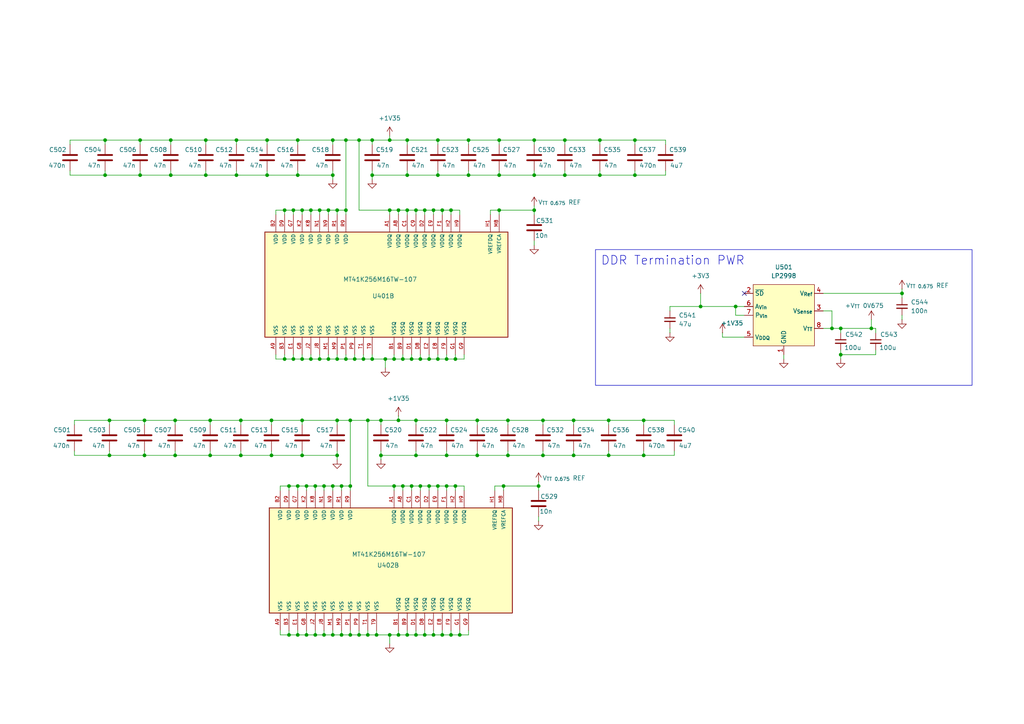
<source format=kicad_sch>
(kicad_sch (version 20250114) (generator "eeschema") (generator_version "9.0")
  (paper "A4")
  (title_block (title "DDR3 Power") (date "2025-09-13") (rev "A"))
  (rectangle (start 172.72 72.39) (end 281.94 111.76))
  (text "There are several recommendations for the LP2998 input power supply. An input capacitor is not required but is\n recommended for improved performance during large load transients to prevent the input rail from dropping. The\n input capacitor should be located as close as possible to the PVIN pin. Several recommendations exist\n dependent on the application required. A typical value recommended for AL electrolytic capacitors is 50 µF.\n Ceramic capacitors can also be used, a value in the range of 10 µF with X5R or better would be an ideal choice.\n The input capacitance can be reduced if the LP2998 is placed close to the bulk capacitance from the output of\n the 2.5 V DC-DC converter. If the two supply rails (AVIN and PVIN) are separated then the 47 uF capacitor\n should be placed as close to possible to the PVIN rail. An additional 0.1 uF ceramic capacitor can be placed on\n the AVIN rail to prevent excessive noise from coupling into the device." (at 391.922 90.17 0) (effects (font (size 1.27 1.27))))
  (text "DDR Termination PWR" (at 174.244 75.692 0) (effects (font (size 2.54 2.54)) (justify left)))
  (junction (at 95.25 104.14))
  (junction (at 31.75 121.92))
  (junction (at 101.6 121.92))
  (junction (at 128.27 60.96))
  (junction (at 87.63 60.96))
  (junction (at 68.58 50.8))
  (junction (at 110.49 121.92))
  (junction (at 91.44 184.15))
  (junction (at 49.53 50.8))
  (junction (at 87.63 121.92))
  (junction (at 107.95 104.14))
  (junction (at 111.76 104.14))
  (junction (at 96.52 50.8))
  (junction (at 184.15 50.8))
  (junction (at 118.11 50.8))
  (junction (at 113.03 184.15))
  (junction (at 121.92 104.14))
  (junction (at 113.03 40.64))
  (junction (at 127 40.64))
  (junction (at 241.3 95.25))
  (junction (at 173.99 50.8))
  (junction (at 96.52 140.97))
  (junction (at 243.84 102.87))
  (junction (at 133.35 184.15))
  (junction (at 30.48 40.64))
  (junction (at 110.49 132.08))
  (junction (at 40.64 50.8))
  (junction (at 115.57 121.92))
  (junction (at 147.32 132.08))
  (junction (at 129.54 140.97))
  (junction (at 49.53 40.64))
  (junction (at 97.79 104.14))
  (junction (at 88.9 184.15))
  (junction (at 92.71 60.96))
  (junction (at 99.06 184.15))
  (junction (at 86.36 50.8))
  (junction (at 138.43 121.92))
  (junction (at 106.68 184.15))
  (junction (at 104.14 184.15))
  (junction (at 120.65 184.15))
  (junction (at 85.09 104.14))
  (junction (at 93.98 184.15))
  (junction (at 154.94 40.64))
  (junction (at 203.2 88.9))
  (junction (at 30.48 50.8))
  (junction (at 86.36 40.64))
  (junction (at 115.57 60.96))
  (junction (at 86.36 140.97))
  (junction (at 87.63 104.14))
  (junction (at 60.96 121.92))
  (junction (at 132.08 140.97))
  (junction (at 154.94 60.96))
  (junction (at 107.95 50.8))
  (junction (at 114.3 104.14))
  (junction (at 115.57 184.15))
  (junction (at 120.65 132.08))
  (junction (at 78.74 121.92))
  (junction (at 121.92 140.97))
  (junction (at 166.37 132.08))
  (junction (at 186.69 132.08))
  (junction (at 82.55 104.14))
  (junction (at 157.48 121.92))
  (junction (at 69.85 132.08))
  (junction (at 59.69 40.64))
  (junction (at 97.79 121.92))
  (junction (at 106.68 121.92))
  (junction (at 123.19 184.15))
  (junction (at 163.83 50.8))
  (junction (at 125.73 184.15))
  (junction (at 144.78 40.64))
  (junction (at 82.55 60.96))
  (junction (at 128.27 184.15))
  (junction (at 154.94 50.8))
  (junction (at 123.19 60.96))
  (junction (at 129.54 104.14))
  (junction (at 41.91 121.92))
  (junction (at 176.53 132.08))
  (junction (at 127 50.8))
  (junction (at 92.71 104.14))
  (junction (at 77.47 50.8))
  (junction (at 261.62 85.09))
  (junction (at 118.11 184.15))
  (junction (at 120.65 121.92))
  (junction (at 100.33 40.64))
  (junction (at 50.8 121.92))
  (junction (at 83.82 140.97))
  (junction (at 144.78 50.8))
  (junction (at 114.3 140.97))
  (junction (at 166.37 121.92))
  (junction (at 156.21 140.97))
  (junction (at 116.84 140.97))
  (junction (at 124.46 140.97))
  (junction (at 83.82 184.15))
  (junction (at 86.36 184.15))
  (junction (at 95.25 60.96))
  (junction (at 213.36 88.9))
  (junction (at 85.09 60.96))
  (junction (at 96.52 40.64))
  (junction (at 118.11 40.64))
  (junction (at 132.08 104.14))
  (junction (at 127 140.97))
  (junction (at 104.14 40.64))
  (junction (at 90.17 60.96))
  (junction (at 31.75 132.08))
  (junction (at 147.32 121.92))
  (junction (at 59.69 50.8))
  (junction (at 118.11 60.96))
  (junction (at 113.03 60.96))
  (junction (at 125.73 60.96))
  (junction (at 41.91 132.08))
  (junction (at 157.48 132.08))
  (junction (at 90.17 104.14))
  (junction (at 120.65 60.96))
  (junction (at 146.05 140.97))
  (junction (at 96.52 184.15))
  (junction (at 144.78 60.96))
  (junction (at 129.54 132.08))
  (junction (at 135.89 40.64))
  (junction (at 184.15 40.64))
  (junction (at 116.84 104.14))
  (junction (at 50.8 132.08))
  (junction (at 102.87 104.14))
  (junction (at 124.46 104.14))
  (junction (at 107.95 40.64))
  (junction (at 138.43 132.08))
  (junction (at 88.9 140.97))
  (junction (at 97.79 132.08))
  (junction (at 93.98 140.97))
  (junction (at 127 104.14))
  (junction (at 109.22 184.15))
  (junction (at 186.69 121.92))
  (junction (at 91.44 140.97))
  (junction (at 40.64 40.64))
  (junction (at 105.41 104.14))
  (junction (at 87.63 132.08))
  (junction (at 173.99 40.64))
  (junction (at 135.89 50.8))
  (junction (at 119.38 104.14))
  (junction (at 60.96 132.08))
  (junction (at 77.47 40.64))
  (junction (at 129.54 121.92))
  (junction (at 163.83 40.64))
  (junction (at 130.81 184.15))
  (junction (at 78.74 132.08))
  (junction (at 101.6 184.15))
  (junction (at 252.73 95.25))
  (junction (at 101.6 140.97))
  (junction (at 119.38 140.97))
  (junction (at 176.53 121.92))
  (junction (at 243.84 95.25))
  (junction (at 100.33 104.14))
  (junction (at 68.58 40.64))
  (junction (at 97.79 60.96))
  (junction (at 130.81 60.96))
  (junction (at 100.33 60.96))
  (junction (at 99.06 140.97))
  (junction (at 69.85 121.92))
  (no_connect (at 215.9 85.09))
  (wire (pts (xy 118.11 50.8) (xy 127 50.8)))
  (wire (pts (xy 194.31 88.9) (xy 194.31 90.17)))
  (wire (pts (xy 96.52 50.8) (xy 96.52 52.07)))
  (wire (pts (xy 87.63 60.96) (xy 87.63 62.23)))
  (wire (pts (xy 81.28 184.15) (xy 83.82 184.15)))
  (wire (pts (xy 49.53 40.64) (xy 40.64 40.64)))
  (wire (pts (xy 163.83 49.53) (xy 163.83 50.8)))
  (wire (pts (xy 147.32 121.92) (xy 147.32 123.19)))
  (wire (pts (xy 110.49 132.08) (xy 110.49 133.35)))
  (wire (pts (xy 128.27 60.96) (xy 128.27 62.23)))
  (wire (pts (xy 30.48 49.53) (xy 30.48 50.8)))
  (wire (pts (xy 88.9 184.15) (xy 91.44 184.15)))
  (wire (pts (xy 238.76 90.17) (xy 241.3 90.17)))
  (wire (pts (xy 135.89 50.8) (xy 144.78 50.8)))
  (wire (pts (xy 49.53 49.53) (xy 49.53 50.8)))
  (wire (pts (xy 92.71 60.96) (xy 95.25 60.96)))
  (wire (pts (xy 40.64 40.64) (xy 30.48 40.64)))
  (wire (pts (xy 127 104.14) (xy 127 102.87)))
  (wire (pts (xy 120.65 184.15) (xy 120.65 182.88)))
  (wire (pts (xy 40.64 50.8) (xy 30.48 50.8)))
  (wire (pts (xy 213.36 88.9) (xy 215.9 88.9)))
  (wire (pts (xy 129.54 140.97) (xy 132.08 140.97)))
  (wire (pts (xy 86.36 140.97) (xy 86.36 142.24)))
  (wire (pts (xy 119.38 140.97) (xy 121.92 140.97)))
  (wire (pts (xy 96.52 184.15) (xy 96.52 182.88)))
  (wire (pts (xy 125.73 60.96) (xy 125.73 62.23)))
  (wire (pts (xy 109.22 184.15) (xy 113.03 184.15)))
  (wire (pts (xy 254 101.6) (xy 254 102.87)))
  (wire (pts (xy 78.74 121.92) (xy 69.85 121.92)))
  (wire (pts (xy 82.55 60.96) (xy 85.09 60.96)))
  (wire (pts (xy 87.63 104.14) (xy 90.17 104.14)))
  (wire (pts (xy 87.63 123.19) (xy 87.63 121.92)))
  (wire (pts (xy 92.71 104.14) (xy 95.25 104.14)))
  (wire (pts (xy 97.79 132.08) (xy 97.79 133.35)))
  (wire (pts (xy 106.68 184.15) (xy 109.22 184.15)))
  (wire (pts (xy 154.94 49.53) (xy 154.94 50.8)))
  (wire (pts (xy 184.15 50.8) (xy 173.99 50.8)))
  (wire (pts (xy 133.35 184.15) (xy 135.89 184.15)))
  (wire (pts (xy 82.55 60.96) (xy 82.55 62.23)))
  (wire (pts (xy 154.94 40.64) (xy 154.94 41.91)))
  (wire (pts (xy 129.54 121.92) (xy 129.54 123.19)))
  (wire (pts (xy 123.19 60.96) (xy 125.73 60.96)))
  (wire (pts (xy 49.53 40.64) (xy 49.53 41.91)))
  (wire (pts (xy 91.44 140.97) (xy 91.44 142.24)))
  (wire (pts (xy 110.49 121.92) (xy 110.49 123.19)))
  (wire (pts (xy 90.17 60.96) (xy 92.71 60.96)))
  (wire (pts (xy 138.43 132.08) (xy 147.32 132.08)))
  (wire (pts (xy 119.38 140.97) (xy 119.38 142.24)))
  (wire (pts (xy 116.84 140.97) (xy 116.84 142.24)))
  (wire (pts (xy 107.95 50.8) (xy 107.95 52.07)))
  (wire (pts (xy 69.85 130.81) (xy 69.85 132.08)))
  (wire (pts (xy 132.08 104.14) (xy 132.08 102.87)))
  (wire (pts (xy 107.95 104.14) (xy 107.95 102.87)))
  (wire (pts (xy 166.37 130.81) (xy 166.37 132.08)))
  (wire (pts (xy 21.59 123.19) (xy 21.59 121.92)))
  (wire (pts (xy 186.69 132.08) (xy 176.53 132.08)))
  (wire (pts (xy 31.75 121.92) (xy 21.59 121.92)))
  (wire (pts (xy 138.43 130.81) (xy 138.43 132.08)))
  (wire (pts (xy 138.43 121.92) (xy 147.32 121.92)))
  (wire (pts (xy 121.92 140.97) (xy 124.46 140.97)))
  (wire (pts (xy 132.08 140.97) (xy 134.62 140.97)))
  (wire (pts (xy 31.75 130.81) (xy 31.75 132.08)))
  (wire (pts (xy 254 96.52) (xy 254 95.25)))
  (wire (pts (xy 135.89 49.53) (xy 135.89 50.8)))
  (wire (pts (xy 91.44 140.97) (xy 93.98 140.97)))
  (wire (pts (xy 20.32 50.8) (xy 30.48 50.8)))
  (wire (pts (xy 118.11 40.64) (xy 127 40.64)))
  (wire (pts (xy 97.79 60.96) (xy 97.79 62.23)))
  (wire (pts (xy 100.33 40.64) (xy 104.14 40.64)))
  (wire (pts (xy 115.57 184.15) (xy 118.11 184.15)))
  (wire (pts (xy 101.6 121.92) (xy 106.68 121.92)))
  (wire (pts (xy 186.69 130.81) (xy 186.69 132.08)))
  (wire (pts (xy 96.52 40.64) (xy 100.33 40.64)))
  (wire (pts (xy 107.95 50.8) (xy 118.11 50.8)))
  (wire (pts (xy 113.03 184.15) (xy 113.03 186.69)))
  (wire (pts (xy 114.3 140.97) (xy 116.84 140.97)))
  (wire (pts (xy 40.64 49.53) (xy 40.64 50.8)))
  (wire (pts (xy 110.49 132.08) (xy 120.65 132.08)))
  (wire (pts (xy 68.58 50.8) (xy 59.69 50.8)))
  (wire (pts (xy 138.43 121.92) (xy 138.43 123.19)))
  (wire (pts (xy 144.78 62.23) (xy 144.78 60.96)))
  (wire (pts (xy 87.63 104.14) (xy 87.63 102.87)))
  (wire (pts (xy 97.79 130.81) (xy 97.79 132.08)))
  (wire (pts (xy 90.17 104.14) (xy 92.71 104.14)))
  (wire (pts (xy 78.74 132.08) (xy 69.85 132.08)))
  (wire (pts (xy 130.81 60.96) (xy 133.35 60.96)))
  (wire (pts (xy 97.79 121.92) (xy 87.63 121.92)))
  (wire (pts (xy 102.87 104.14) (xy 105.41 104.14)))
  (wire (pts (xy 146.05 142.24) (xy 146.05 140.97)))
  (wire (pts (xy 120.65 132.08) (xy 129.54 132.08)))
  (wire (pts (xy 121.92 140.97) (xy 121.92 142.24)))
  (wire (pts (xy 41.91 121.92) (xy 31.75 121.92)))
  (wire (pts (xy 144.78 50.8) (xy 154.94 50.8)))
  (wire (pts (xy 50.8 130.81) (xy 50.8 132.08)))
  (wire (pts (xy 59.69 40.64) (xy 59.69 41.91)))
  (wire (pts (xy 156.21 140.97) (xy 156.21 142.24)))
  (wire (pts (xy 95.25 104.14) (xy 97.79 104.14)))
  (wire (pts (xy 184.15 40.64) (xy 193.04 40.64)))
  (wire (pts (xy 86.36 184.15) (xy 86.36 182.88)))
  (wire (pts (xy 93.98 140.97) (xy 93.98 142.24)))
  (wire (pts (xy 120.65 121.92) (xy 129.54 121.92)))
  (wire (pts (xy 86.36 140.97) (xy 88.9 140.97)))
  (wire (pts (xy 154.94 40.64) (xy 163.83 40.64)))
  (wire (pts (xy 95.25 104.14) (xy 95.25 102.87)))
  (wire (pts (xy 163.83 50.8) (xy 173.99 50.8)))
  (wire (pts (xy 86.36 49.53) (xy 86.36 50.8)))
  (wire (pts (xy 40.64 40.64) (xy 40.64 41.91)))
  (wire (pts (xy 135.89 184.15) (xy 135.89 182.88)))
  (wire (pts (xy 127 140.97) (xy 129.54 140.97)))
  (wire (pts (xy 193.04 41.91) (xy 193.04 40.64)))
  (wire (pts (xy 124.46 140.97) (xy 127 140.97)))
  (wire (pts (xy 127 49.53) (xy 127 50.8)))
  (wire (pts (xy 209.55 97.79) (xy 215.9 97.79)))
  (wire (pts (xy 124.46 104.14) (xy 124.46 102.87)))
  (wire (pts (xy 85.09 60.96) (xy 87.63 60.96)))
  (wire (pts (xy 86.36 50.8) (xy 77.47 50.8)))
  (wire (pts (xy 85.09 104.14) (xy 85.09 102.87)))
  (wire (pts (xy 154.94 59.69) (xy 154.94 60.96)))
  (wire (pts (xy 82.55 104.14) (xy 82.55 102.87)))
  (wire (pts (xy 87.63 132.08) (xy 78.74 132.08)))
  (wire (pts (xy 113.03 60.96) (xy 115.57 60.96)))
  (wire (pts (xy 109.22 184.15) (xy 109.22 182.88)))
  (wire (pts (xy 106.68 140.97) (xy 106.68 121.92)))
  (wire (pts (xy 154.94 62.23) (xy 154.94 60.96)))
  (wire (pts (xy 118.11 184.15) (xy 118.11 182.88)))
  (wire (pts (xy 100.33 104.14) (xy 102.87 104.14)))
  (wire (pts (xy 116.84 104.14) (xy 119.38 104.14)))
  (wire (pts (xy 144.78 60.96) (xy 154.94 60.96)))
  (wire (pts (xy 83.82 184.15) (xy 83.82 182.88)))
  (wire (pts (xy 85.09 60.96) (xy 85.09 62.23)))
  (wire (pts (xy 87.63 121.92) (xy 78.74 121.92)))
  (wire (pts (xy 97.79 60.96) (xy 100.33 60.96)))
  (wire (pts (xy 30.48 40.64) (xy 20.32 40.64)))
  (wire (pts (xy 186.69 121.92) (xy 195.58 121.92)))
  (wire (pts (xy 69.85 132.08) (xy 60.96 132.08)))
  (wire (pts (xy 21.59 130.81) (xy 21.59 132.08)))
  (wire (pts (xy 41.91 132.08) (xy 31.75 132.08)))
  (wire (pts (xy 144.78 40.64) (xy 154.94 40.64)))
  (wire (pts (xy 127 104.14) (xy 129.54 104.14)))
  (wire (pts (xy 116.84 140.97) (xy 119.38 140.97)))
  (wire (pts (xy 101.6 121.92) (xy 101.6 140.97)))
  (wire (pts (xy 113.03 60.96) (xy 113.03 62.23)))
  (wire (pts (xy 195.58 123.19) (xy 195.58 121.92)))
  (wire (pts (xy 77.47 50.8) (xy 68.58 50.8)))
  (wire (pts (xy 78.74 130.81) (xy 78.74 132.08)))
  (wire (pts (xy 60.96 132.08) (xy 50.8 132.08)))
  (wire (pts (xy 59.69 50.8) (xy 49.53 50.8)))
  (wire (pts (xy 86.36 184.15) (xy 88.9 184.15)))
  (wire (pts (xy 68.58 40.64) (xy 68.58 41.91)))
  (wire (pts (xy 157.48 121.92) (xy 157.48 123.19)))
  (wire (pts (xy 134.62 104.14) (xy 134.62 102.87)))
  (wire (pts (xy 123.19 184.15) (xy 125.73 184.15)))
  (wire (pts (xy 80.01 60.96) (xy 80.01 62.23)))
  (wire (pts (xy 156.21 149.86) (xy 156.21 151.13)))
  (wire (pts (xy 154.94 50.8) (xy 163.83 50.8)))
  (wire (pts (xy 21.59 132.08) (xy 31.75 132.08)))
  (wire (pts (xy 80.01 104.14) (xy 80.01 102.87)))
  (wire (pts (xy 209.55 96.52) (xy 209.55 97.79)))
  (wire (pts (xy 157.48 132.08) (xy 166.37 132.08)))
  (wire (pts (xy 96.52 140.97) (xy 99.06 140.97)))
  (wire (pts (xy 92.71 60.96) (xy 92.71 62.23)))
  (wire (pts (xy 81.28 140.97) (xy 81.28 142.24)))
  (wire (pts (xy 129.54 121.92) (xy 138.43 121.92)))
  (wire (pts (xy 195.58 132.08) (xy 186.69 132.08)))
  (wire (pts (xy 106.68 121.92) (xy 110.49 121.92)))
  (wire (pts (xy 241.3 90.17) (xy 241.3 95.25)))
  (wire (pts (xy 203.2 88.9) (xy 213.36 88.9)))
  (wire (pts (xy 125.73 184.15) (xy 125.73 182.88)))
  (wire (pts (xy 124.46 104.14) (xy 127 104.14)))
  (wire (pts (xy 41.91 121.92) (xy 41.91 123.19)))
  (wire (pts (xy 97.79 104.14) (xy 100.33 104.14)))
  (wire (pts (xy 60.96 130.81) (xy 60.96 132.08)))
  (wire (pts (xy 86.36 41.91) (xy 86.36 40.64)))
  (wire (pts (xy 104.14 184.15) (xy 106.68 184.15)))
  (wire (pts (xy 97.79 121.92) (xy 97.79 123.19)))
  (wire (pts (xy 60.96 121.92) (xy 60.96 123.19)))
  (wire (pts (xy 77.47 40.64) (xy 77.47 41.91)))
  (wire (pts (xy 107.95 49.53) (xy 107.95 50.8)))
  (wire (pts (xy 123.19 60.96) (xy 123.19 62.23)))
  (wire (pts (xy 87.63 130.81) (xy 87.63 132.08)))
  (wire (pts (xy 96.52 49.53) (xy 96.52 50.8)))
  (wire (pts (xy 93.98 184.15) (xy 93.98 182.88)))
  (wire (pts (xy 106.68 140.97) (xy 114.3 140.97)))
  (wire (pts (xy 78.74 121.92) (xy 78.74 123.19)))
  (wire (pts (xy 143.51 142.24) (xy 143.51 140.97)))
  (wire (pts (xy 87.63 60.96) (xy 90.17 60.96)))
  (wire (pts (xy 120.65 123.19) (xy 120.65 121.92)))
  (wire (pts (xy 77.47 40.64) (xy 68.58 40.64)))
  (wire (pts (xy 176.53 123.19) (xy 176.53 121.92)))
  (wire (pts (xy 77.47 49.53) (xy 77.47 50.8)))
  (wire (pts (xy 120.65 60.96) (xy 120.65 62.23)))
  (wire (pts (xy 114.3 104.14) (xy 114.3 102.87)))
  (wire (pts (xy 147.32 132.08) (xy 157.48 132.08)))
  (wire (pts (xy 60.96 121.92) (xy 50.8 121.92)))
  (wire (pts (xy 97.79 104.14) (xy 97.79 102.87)))
  (wire (pts (xy 119.38 104.14) (xy 119.38 102.87)))
  (wire (pts (xy 146.05 140.97) (xy 156.21 140.97)))
  (wire (pts (xy 69.85 121.92) (xy 69.85 123.19)))
  (wire (pts (xy 193.04 49.53) (xy 193.04 50.8)))
  (wire (pts (xy 243.84 101.6) (xy 243.84 102.87)))
  (wire (pts (xy 96.52 184.15) (xy 99.06 184.15)))
  (wire (pts (xy 130.81 184.15) (xy 133.35 184.15)))
  (wire (pts (xy 99.06 140.97) (xy 101.6 140.97)))
  (wire (pts (xy 125.73 60.96) (xy 128.27 60.96)))
  (wire (pts (xy 254 102.87) (xy 243.84 102.87)))
  (wire (pts (xy 118.11 49.53) (xy 118.11 50.8)))
  (wire (pts (xy 115.57 60.96) (xy 118.11 60.96)))
  (wire (pts (xy 176.53 121.92) (xy 186.69 121.92)))
  (wire (pts (xy 261.62 83.82) (xy 261.62 85.09)))
  (wire (pts (xy 95.25 60.96) (xy 97.79 60.96)))
  (wire (pts (xy 118.11 60.96) (xy 118.11 62.23)))
  (wire (pts (xy 128.27 184.15) (xy 128.27 182.88)))
  (wire (pts (xy 130.81 60.96) (xy 130.81 62.23)))
  (wire (pts (xy 68.58 49.53) (xy 68.58 50.8)))
  (wire (pts (xy 127 40.64) (xy 127 41.91)))
  (wire (pts (xy 101.6 184.15) (xy 104.14 184.15)))
  (wire (pts (xy 120.65 184.15) (xy 123.19 184.15)))
  (wire (pts (xy 113.03 184.15) (xy 115.57 184.15)))
  (wire (pts (xy 124.46 140.97) (xy 124.46 142.24)))
  (wire (pts (xy 243.84 95.25) (xy 243.84 96.52)))
  (wire (pts (xy 166.37 121.92) (xy 176.53 121.92)))
  (wire (pts (xy 88.9 140.97) (xy 88.9 142.24)))
  (wire (pts (xy 135.89 40.64) (xy 135.89 41.91)))
  (wire (pts (xy 119.38 104.14) (xy 121.92 104.14)))
  (wire (pts (xy 107.95 104.14) (xy 111.76 104.14)))
  (wire (pts (xy 88.9 140.97) (xy 91.44 140.97)))
  (wire (pts (xy 128.27 184.15) (xy 130.81 184.15)))
  (wire (pts (xy 184.15 41.91) (xy 184.15 40.64)))
  (wire (pts (xy 41.91 130.81) (xy 41.91 132.08)))
  (wire (pts (xy 105.41 104.14) (xy 105.41 102.87)))
  (wire (pts (xy 157.48 130.81) (xy 157.48 132.08)))
  (wire (pts (xy 113.03 39.37) (xy 113.03 40.64)))
  (wire (pts (xy 59.69 40.64) (xy 49.53 40.64)))
  (wire (pts (xy 118.11 184.15) (xy 120.65 184.15)))
  (wire (pts (xy 157.48 121.92) (xy 166.37 121.92)))
  (wire (pts (xy 203.2 85.09) (xy 203.2 88.9)))
  (wire (pts (xy 132.08 104.14) (xy 134.62 104.14)))
  (wire (pts (xy 100.33 60.96) (xy 100.33 62.23)))
  (wire (pts (xy 243.84 95.25) (xy 241.3 95.25)))
  (wire (pts (xy 163.83 40.64) (xy 163.83 41.91)))
  (wire (pts (xy 144.78 40.64) (xy 144.78 41.91)))
  (wire (pts (xy 102.87 104.14) (xy 102.87 102.87)))
  (wire (pts (xy 104.14 40.64) (xy 104.14 60.96)))
  (wire (pts (xy 96.52 140.97) (xy 96.52 142.24)))
  (wire (pts (xy 127 140.97) (xy 127 142.24)))
  (wire (pts (xy 213.36 91.44) (xy 213.36 88.9)))
  (wire (pts (xy 96.52 40.64) (xy 86.36 40.64)))
  (wire (pts (xy 173.99 40.64) (xy 184.15 40.64)))
  (wire (pts (xy 111.76 104.14) (xy 111.76 106.68)))
  (wire (pts (xy 49.53 50.8) (xy 40.64 50.8)))
  (wire (pts (xy 115.57 184.15) (xy 115.57 182.88)))
  (wire (pts (xy 243.84 95.25) (xy 252.73 95.25)))
  (wire (pts (xy 243.84 104.14) (xy 243.84 102.87)))
  (wire (pts (xy 81.28 140.97) (xy 83.82 140.97)))
  (wire (pts (xy 91.44 184.15) (xy 91.44 182.88)))
  (wire (pts (xy 129.54 132.08) (xy 138.43 132.08)))
  (wire (pts (xy 97.79 121.92) (xy 101.6 121.92)))
  (wire (pts (xy 92.71 104.14) (xy 92.71 102.87)))
  (wire (pts (xy 184.15 49.53) (xy 184.15 50.8)))
  (wire (pts (xy 20.32 41.91) (xy 20.32 40.64)))
  (wire (pts (xy 261.62 91.44) (xy 261.62 92.71)))
  (wire (pts (xy 173.99 49.53) (xy 173.99 50.8)))
  (wire (pts (xy 127 50.8) (xy 135.89 50.8)))
  (wire (pts (xy 238.76 85.09) (xy 261.62 85.09)))
  (wire (pts (xy 173.99 41.91) (xy 173.99 40.64)))
  (wire (pts (xy 154.94 71.12) (xy 154.94 69.85)))
  (wire (pts (xy 105.41 104.14) (xy 107.95 104.14)))
  (wire (pts (xy 90.17 60.96) (xy 90.17 62.23)))
  (wire (pts (xy 252.73 92.71) (xy 252.73 95.25)))
  (wire (pts (xy 227.33 102.87) (xy 227.33 104.14)))
  (wire (pts (xy 134.62 140.97) (xy 134.62 142.24)))
  (wire (pts (xy 133.35 60.96) (xy 133.35 62.23)))
  (wire (pts (xy 80.01 104.14) (xy 82.55 104.14)))
  (wire (pts (xy 100.33 104.14) (xy 100.33 102.87)))
  (wire (pts (xy 107.95 40.64) (xy 113.03 40.64)))
  (wire (pts (xy 147.32 121.92) (xy 157.48 121.92)))
  (wire (pts (xy 163.83 40.64) (xy 173.99 40.64)))
  (wire (pts (xy 120.65 130.81) (xy 120.65 132.08)))
  (wire (pts (xy 118.11 41.91) (xy 118.11 40.64)))
  (wire (pts (xy 115.57 60.96) (xy 115.57 62.23)))
  (wire (pts (xy 261.62 86.36) (xy 261.62 85.09)))
  (wire (pts (xy 125.73 184.15) (xy 128.27 184.15)))
  (wire (pts (xy 106.68 184.15) (xy 106.68 182.88)))
  (wire (pts (xy 127 40.64) (xy 135.89 40.64)))
  (wire (pts (xy 130.81 184.15) (xy 130.81 182.88)))
  (wire (pts (xy 86.36 40.64) (xy 77.47 40.64)))
  (wire (pts (xy 133.35 184.15) (xy 133.35 182.88)))
  (wire (pts (xy 104.14 40.64) (xy 107.95 40.64)))
  (wire (pts (xy 107.95 40.64) (xy 107.95 41.91)))
  (wire (pts (xy 143.51 140.97) (xy 146.05 140.97)))
  (wire (pts (xy 93.98 184.15) (xy 96.52 184.15)))
  (wire (pts (xy 50.8 132.08) (xy 41.91 132.08)))
  (wire (pts (xy 142.24 60.96) (xy 144.78 60.96)))
  (wire (pts (xy 129.54 104.14) (xy 132.08 104.14)))
  (wire (pts (xy 176.53 130.81) (xy 176.53 132.08)))
  (wire (pts (xy 135.89 40.64) (xy 144.78 40.64)))
  (wire (pts (xy 99.06 140.97) (xy 99.06 142.24)))
  (wire (pts (xy 50.8 121.92) (xy 50.8 123.19)))
  (wire (pts (xy 142.24 62.23) (xy 142.24 60.96)))
  (wire (pts (xy 120.65 60.96) (xy 123.19 60.96)))
  (wire (pts (xy 114.3 104.14) (xy 116.84 104.14)))
  (wire (pts (xy 90.17 104.14) (xy 90.17 102.87)))
  (wire (pts (xy 114.3 140.97) (xy 114.3 142.24)))
  (wire (pts (xy 194.31 95.25) (xy 194.31 96.52)))
  (wire (pts (xy 100.33 40.64) (xy 100.33 60.96)))
  (wire (pts (xy 83.82 140.97) (xy 83.82 142.24)))
  (wire (pts (xy 115.57 121.92) (xy 120.65 121.92)))
  (wire (pts (xy 113.03 40.64) (xy 118.11 40.64)))
  (wire (pts (xy 156.21 139.7) (xy 156.21 140.97)))
  (wire (pts (xy 83.82 184.15) (xy 86.36 184.15)))
  (wire (pts (xy 116.84 104.14) (xy 116.84 102.87)))
  (wire (pts (xy 110.49 130.81) (xy 110.49 132.08)))
  (wire (pts (xy 99.06 184.15) (xy 101.6 184.15)))
  (wire (pts (xy 101.6 140.97) (xy 101.6 142.24)))
  (wire (pts (xy 50.8 121.92) (xy 41.91 121.92)))
  (wire (pts (xy 132.08 140.97) (xy 132.08 142.24)))
  (wire (pts (xy 144.78 49.53) (xy 144.78 50.8)))
  (wire (pts (xy 129.54 104.14) (xy 129.54 102.87)))
  (wire (pts (xy 83.82 140.97) (xy 86.36 140.97)))
  (wire (pts (xy 215.9 91.44) (xy 213.36 91.44)))
  (wire (pts (xy 82.55 104.14) (xy 85.09 104.14)))
  (wire (pts (xy 121.92 104.14) (xy 124.46 104.14)))
  (wire (pts (xy 129.54 140.97) (xy 129.54 142.24)))
  (wire (pts (xy 93.98 140.97) (xy 96.52 140.97)))
  (wire (pts (xy 195.58 130.81) (xy 195.58 132.08)))
  (wire (pts (xy 186.69 123.19) (xy 186.69 121.92)))
  (wire (pts (xy 111.76 104.14) (xy 114.3 104.14)))
  (wire (pts (xy 80.01 60.96) (xy 82.55 60.96)))
  (wire (pts (xy 110.49 121.92) (xy 115.57 121.92)))
  (wire (pts (xy 166.37 121.92) (xy 166.37 123.19)))
  (wire (pts (xy 254 95.25) (xy 252.73 95.25)))
  (wire (pts (xy 88.9 184.15) (xy 88.9 182.88)))
  (wire (pts (xy 31.75 123.19) (xy 31.75 121.92)))
  (wire (pts (xy 96.52 50.8) (xy 86.36 50.8)))
  (wire (pts (xy 123.19 184.15) (xy 123.19 182.88)))
  (wire (pts (xy 30.48 41.91) (xy 30.48 40.64)))
  (wire (pts (xy 69.85 121.92) (xy 60.96 121.92)))
  (wire (pts (xy 118.11 60.96) (xy 120.65 60.96)))
  (wire (pts (xy 241.3 95.25) (xy 238.76 95.25)))
  (wire (pts (xy 128.27 60.96) (xy 130.81 60.96)))
  (wire (pts (xy 101.6 184.15) (xy 101.6 182.88)))
  (wire (pts (xy 96.52 40.64) (xy 96.52 41.91)))
  (wire (pts (xy 166.37 132.08) (xy 176.53 132.08)))
  (wire (pts (xy 129.54 130.81) (xy 129.54 132.08)))
  (wire (pts (xy 91.44 184.15) (xy 93.98 184.15)))
  (wire (pts (xy 59.69 49.53) (xy 59.69 50.8)))
  (wire (pts (xy 20.32 49.53) (xy 20.32 50.8)))
  (wire (pts (xy 115.57 120.65) (xy 115.57 121.92)))
  (wire (pts (xy 104.14 60.96) (xy 113.03 60.96)))
  (wire (pts (xy 193.04 50.8) (xy 184.15 50.8)))
  (wire (pts (xy 95.25 60.96) (xy 95.25 62.23)))
  (wire (pts (xy 85.09 104.14) (xy 87.63 104.14)))
  (wire (pts (xy 97.79 132.08) (xy 87.63 132.08)))
  (wire (pts (xy 121.92 104.14) (xy 121.92 102.87)))
  (wire (pts (xy 68.58 40.64) (xy 59.69 40.64)))
  (wire (pts (xy 81.28 184.15) (xy 81.28 182.88)))
  (wire (pts (xy 147.32 130.81) (xy 147.32 132.08)))
  (wire (pts (xy 104.14 184.15) (xy 104.14 182.88)))
  (wire (pts (xy 194.31 88.9) (xy 203.2 88.9)))
  (wire (pts (xy 99.06 184.15) (xy 99.06 182.88)))
  (symbol (lib_id "Device:C") (at 135.89 45.72 0) (unit 1)
    (property "Reference" "C525" (at 136.906 43.434 0) (effects (justify left)))
    (property "Value" "47n" (at 137.16 48.006 0) (effects (justify left)))
    (property "Footprint" "Capacitor_SMD:C_0402_1005Metric" (effects (hide yes)))
    (property "Description" "Unpolarized capacitor" (effects (hide yes)))
  )
  (symbol (lib_id "Device:C") (at 157.48 127 0) (unit 1)
    (property "Reference" "C532" (at 158.496 124.714 0) (effects (justify left)))
    (property "Value" "47n" (at 158.75 129.286 0) (effects (justify left)))
    (property "Footprint" "Capacitor_SMD:C_0402_1005Metric" (effects (hide yes)))
    (property "Description" "Unpolarized capacitor" (effects (hide yes)))
  )
  (symbol (lib_id "Device:C") (at 68.58 45.72 0) (mirror y) (unit 1)
    (property "Reference" "C512" (at 67.564 43.434 0) (effects (justify left)))
    (property "Value" "47n" (at 67.31 48.006 0) (effects (justify left)))
    (property "Footprint" "Capacitor_SMD:C_0402_1005Metric" (effects (hide yes)))
    (property "Description" "Unpolarized capacitor" (effects (hide yes)))
  )
  (symbol (lib_id "Device:C") (at 193.04 45.72 0) (unit 1)
    (property "Reference" "C539" (at 194.056 43.434 0) (effects (justify left)))
    (property "Value" "4u7" (at 194.31 48.006 0) (effects (justify left)))
    (property "Footprint" "Capacitor_SMD:C_0402_1005Metric" (effects (hide yes)))
    (property "Description" "Unpolarized capacitor" (effects (hide yes)))
  )
  (symbol (lib_id "Device:C") (at 156.21 146.05 0) (unit 1)
    (property "Reference" "C529" (at 156.718 144.018 0) (effects (justify left)))
    (property "Value" "10n" (at 156.464 148.336 0) (effects (justify left)))
    (property "Footprint" "Capacitor_SMD:C_0402_1005Metric" (effects (hide yes)))
    (property "Description" "Unpolarized capacitor" (effects (hide yes)))
  )
  (symbol (lib_id "Device:C") (at 173.99 45.72 0) (unit 1)
    (property "Reference" "C535" (at 175.006 43.434 0) (effects (justify left)))
    (property "Value" "47n" (at 175.26 48.006 0) (effects (justify left)))
    (property "Footprint" "Capacitor_SMD:C_0402_1005Metric" (effects (hide yes)))
    (property "Description" "Unpolarized capacitor" (effects (hide yes)))
  )
  (symbol (lib_id "power:GND") (at 97.79 133.35 0) (mirror y) (unit 1)
    (property "Reference" "#PWR0501" (effects (hide yes)))
    (property "Value" "GND" (effects (hide yes)))
    (property "Description" "Power symbol creates a global label with name \"GND\" , ground" (effects (hide yes)))
  )
  (symbol (lib_id "Device:C_Small") (at 261.62 88.9 0) (unit 1)
    (property "Reference" "C544" (at 264.16 87.6362 0) (effects (justify left)))
    (property "Value" "100n" (at 264.16 90.1762 0) (effects (justify left)))
    (property "Description" "Unpolarized capacitor, small symbol" (effects (hide yes)))
  )
  (symbol (lib_id "Device:C") (at 120.65 127 0) (unit 1)
    (property "Reference" "C522" (at 121.666 124.714 0) (effects (justify left)))
    (property "Value" "47n" (at 121.92 129.286 0) (effects (justify left)))
    (property "Footprint" "Capacitor_SMD:C_0402_1005Metric" (effects (hide yes)))
    (property "Description" "Unpolarized capacitor" (effects (hide yes)))
  )
  (symbol (lib_id "Device:C") (at 96.52 45.72 0) (mirror y) (unit 1)
    (property "Reference" "C518" (at 95.504 43.434 0) (effects (justify left)))
    (property "Value" "47n" (at 95.25 48.006 0) (effects (justify left)))
    (property "Footprint" "Capacitor_SMD:C_0402_1005Metric" (effects (hide yes)))
    (property "Description" "Unpolarized capacitor" (effects (hide yes)))
  )
  (symbol (lib_id "power:GND") (at 113.03 186.69 0) (unit 1)
    (property "Reference" "#PWR0507" (effects (hide yes)))
    (property "Value" "GND" (effects (hide yes)))
    (property "Description" "Power symbol creates a global label with name \"GND\" , ground" (effects (hide yes)))
  )
  (symbol (lib_id "Device:C") (at 154.94 66.04 0) (unit 1)
    (property "Reference" "C531" (at 155.448 64.008 0) (effects (justify left)))
    (property "Value" "10n" (at 155.194 68.326 0) (effects (justify left)))
    (property "Footprint" "Capacitor_SMD:C_0402_1005Metric" (effects (hide yes)))
    (property "Description" "Unpolarized capacitor" (effects (hide yes)))
  )
  (symbol (lib_id "power:GND") (at 227.33 104.14 0) (unit 1)
    (property "Reference" "#PWR0518" (effects (hide yes)))
    (property "Value" "GND" (effects (hide yes)))
    (property "Description" "Power symbol creates a global label with name \"GND\" , ground" (effects (hide yes)))
  )
  (symbol (lib_id "other:LP2998") (at 227.33 87.63 0) (unit 1)
    (property "Reference" "U501" (at 227.33 77.47 0))
    (property "Value" "LP2998" (at 227.33 80.01 0))
  )
  (symbol (lib_id "power:GND") (at 156.21 151.13 0) (unit 1)
    (property "Reference" "#PWR0512" (effects (hide yes)))
    (property "Value" "GND" (effects (hide yes)))
    (property "Description" "Power symbol creates a global label with name \"GND\" , ground" (effects (hide yes)))
  )
  (symbol (lib_id "Device:C") (at 144.78 45.72 0) (unit 1)
    (property "Reference" "C527" (at 145.796 43.434 0) (effects (justify left)))
    (property "Value" "47n" (at 146.05 48.006 0) (effects (justify left)))
    (property "Footprint" "Capacitor_SMD:C_0402_1005Metric" (effects (hide yes)))
    (property "Description" "Unpolarized capacitor" (effects (hide yes)))
  )
  (symbol (lib_id "Device:C") (at 107.95 45.72 0) (unit 1)
    (property "Reference" "C519" (at 108.966 43.434 0) (effects (justify left)))
    (property "Value" "47n" (at 109.22 48.006 0) (effects (justify left)))
    (property "Footprint" "Capacitor_SMD:C_0402_1005Metric" (effects (hide yes)))
    (property "Description" "Unpolarized capacitor" (effects (hide yes)))
  )
  (symbol (lib_id "Device:C") (at 154.94 45.72 0) (unit 1)
    (property "Reference" "C530" (at 155.956 43.434 0) (effects (justify left)))
    (property "Value" "47n" (at 156.21 48.006 0) (effects (justify left)))
    (property "Footprint" "Capacitor_SMD:C_0402_1005Metric" (effects (hide yes)))
    (property "Description" "Unpolarized capacitor" (effects (hide yes)))
  )
  (symbol (lib_id "Device:C") (at 31.75 127 0) (mirror y) (unit 1)
    (property "Reference" "C503" (at 30.734 124.714 0) (effects (justify left)))
    (property "Value" "47n" (at 30.48 129.286 0) (effects (justify left)))
    (property "Footprint" "Capacitor_SMD:C_0402_1005Metric" (effects (hide yes)))
    (property "Description" "Unpolarized capacitor" (effects (hide yes)))
  )
  (symbol (lib_id "power:GND") (at 111.76 106.68 0) (unit 1)
    (property "Reference" "#PWR0508" (effects (hide yes)))
    (property "Value" "GND" (effects (hide yes)))
    (property "Description" "Power symbol creates a global label with name \"GND\" , ground" (effects (hide yes)))
  )
  (symbol (lib_id "Device:C") (at 195.58 127 0) (unit 1)
    (property "Reference" "C540" (at 196.596 124.714 0) (effects (justify left)))
    (property "Value" "4u7" (at 196.85 129.286 0) (effects (justify left)))
    (property "Footprint" "Capacitor_SMD:C_0402_1005Metric" (effects (hide yes)))
    (property "Description" "Unpolarized capacitor" (effects (hide yes)))
  )
  (symbol (lib_id "Device:C_Small") (at 194.31 92.71 0) (unit 1)
    (property "Reference" "C541" (at 196.85 91.4462 0) (effects (justify left)))
    (property "Value" "47u" (at 196.85 93.9862 0) (effects (justify left)))
    (property "Description" "Unpolarized capacitor, small symbol" (effects (hide yes)))
  )
  (symbol (lib_id "Device:C") (at 78.74 127 0) (mirror y) (unit 1)
    (property "Reference" "C513" (at 77.724 124.714 0) (effects (justify left)))
    (property "Value" "47n" (at 77.47 129.286 0) (effects (justify left)))
    (property "Footprint" "Capacitor_SMD:C_0402_1005Metric" (effects (hide yes)))
    (property "Description" "Unpolarized capacitor" (effects (hide yes)))
  )
  (symbol (lib_id "power:+1V35") (at 154.94 59.69 0) (unit 1)
    (property "Reference" "#PWR0513" (effects (hide yes)))
    (property "Value" "V_{TT 0.675} REF" (at 162.306 58.674 0))
    (property "Description" "Power symbol creates a global label with name \"+1V35\"" (effects (hide yes)))
  )
  (symbol (lib_name "MT41K256M16TW-107_1") (lib_id "ddr3:MT41K256M16TW-107") (at 111.76 83.82 0) (unit 2)
    (property "Reference" "U401" (at 107.95 85.852 0) (effects (justify left)))
    (property "Value" "MT41K256M16TW-107" (at 110.236 81.026 0))
    (property "Footprint" "dram:BGA96C80P9X16_1400X800X120_pinDelays" (effects (hide yes)))
  )
  (symbol (lib_id "ddr3:MT41K256M16TW-107") (at 113.03 163.83 0) (unit 2)
    (property "Reference" "U402" (at 109.347 163.957 0) (effects (justify left)))
    (property "Value" "MT41K256M16TW-107" (at 112.776 160.782 0))
    (property "Footprint" "dram:BGA96C80P9X16_1400X800X120_pinDelays" (effects (hide yes)))
  )
  (symbol (lib_id "Device:C") (at 59.69 45.72 0) (mirror y) (unit 1)
    (property "Reference" "C510" (at 58.674 43.434 0) (effects (justify left)))
    (property "Value" "47n" (at 58.42 48.006 0) (effects (justify left)))
    (property "Footprint" "Capacitor_SMD:C_0402_1005Metric" (effects (hide yes)))
    (property "Description" "Unpolarized capacitor" (effects (hide yes)))
  )
  (symbol (lib_id "Device:C") (at 30.48 45.72 0) (mirror y) (unit 1)
    (property "Reference" "C504" (at 29.464 43.434 0) (effects (justify left)))
    (property "Value" "47n" (at 29.21 48.006 0) (effects (justify left)))
    (property "Footprint" "Capacitor_SMD:C_0402_1005Metric" (effects (hide yes)))
    (property "Description" "Unpolarized capacitor" (effects (hide yes)))
  )
  (symbol (lib_id "power:GND") (at 261.62 92.71 0) (unit 1)
    (property "Reference" "#PWR0522" (effects (hide yes)))
    (property "Value" "GND" (effects (hide yes)))
    (property "Description" "Power symbol creates a global label with name \"GND\" , ground" (effects (hide yes)))
  )
  (symbol (lib_id "power:GND") (at 96.52 52.07 0) (mirror y) (unit 1)
    (property "Reference" "#PWR0502" (effects (hide yes)))
    (property "Value" "GND" (effects (hide yes)))
    (property "Description" "Power symbol creates a global label with name \"GND\" , ground" (effects (hide yes)))
  )
  (symbol (lib_id "Device:C") (at 186.69 127 0) (unit 1)
    (property "Reference" "C538" (at 187.706 124.714 0) (effects (justify left)))
    (property "Value" "470n" (at 187.96 129.286 0) (effects (justify left)))
    (property "Footprint" "Capacitor_SMD:C_0402_1005Metric" (effects (hide yes)))
    (property "Description" "Unpolarized capacitor" (effects (hide yes)))
  )
  (symbol (lib_id "Device:C") (at 87.63 127 0) (mirror y) (unit 1)
    (property "Reference" "C515" (at 86.614 124.714 0) (effects (justify left)))
    (property "Value" "47n" (at 86.36 129.286 0) (effects (justify left)))
    (property "Footprint" "Capacitor_SMD:C_0402_1005Metric" (effects (hide yes)))
    (property "Description" "Unpolarized capacitor" (effects (hide yes)))
  )
  (symbol (lib_id "Device:C") (at 49.53 45.72 0) (mirror y) (unit 1)
    (property "Reference" "C508" (at 48.514 43.434 0) (effects (justify left)))
    (property "Value" "47n" (at 48.26 48.006 0) (effects (justify left)))
    (property "Footprint" "Capacitor_SMD:C_0402_1005Metric" (effects (hide yes)))
    (property "Description" "Unpolarized capacitor" (effects (hide yes)))
  )
  (symbol (lib_id "Device:C") (at 118.11 45.72 0) (unit 1)
    (property "Reference" "C521" (at 119.126 43.434 0) (effects (justify left)))
    (property "Value" "47n" (at 119.38 48.006 0) (effects (justify left)))
    (property "Footprint" "Capacitor_SMD:C_0402_1005Metric" (effects (hide yes)))
    (property "Description" "Unpolarized capacitor" (effects (hide yes)))
  )
  (symbol (lib_id "power:GND") (at 154.94 71.12 0) (unit 1)
    (property "Reference" "#PWR0514" (effects (hide yes)))
    (property "Value" "GND" (effects (hide yes)))
    (property "Description" "Power symbol creates a global label with name \"GND\" , ground" (effects (hide yes)))
  )
  (symbol (lib_id "Device:C") (at 138.43 127 0) (unit 1)
    (property "Reference" "C526" (at 139.446 124.714 0) (effects (justify left)))
    (property "Value" "47n" (at 139.7 129.286 0) (effects (justify left)))
    (property "Footprint" "Capacitor_SMD:C_0402_1005Metric" (effects (hide yes)))
    (property "Description" "Unpolarized capacitor" (effects (hide yes)))
  )
  (symbol (lib_id "Device:C") (at 97.79 127 0) (mirror y) (unit 1)
    (property "Reference" "C517" (at 96.774 124.714 0) (effects (justify left)))
    (property "Value" "47n" (at 96.52 129.286 0) (effects (justify left)))
    (property "Footprint" "Capacitor_SMD:C_0402_1005Metric" (effects (hide yes)))
    (property "Description" "Unpolarized capacitor" (effects (hide yes)))
  )
  (symbol (lib_id "Device:C") (at 163.83 45.72 0) (unit 1)
    (property "Reference" "C533" (at 164.846 43.434 0) (effects (justify left)))
    (property "Value" "47n" (at 165.1 48.006 0) (effects (justify left)))
    (property "Footprint" "Capacitor_SMD:C_0402_1005Metric" (effects (hide yes)))
    (property "Description" "Unpolarized capacitor" (effects (hide yes)))
  )
  (symbol (lib_id "Device:C") (at 50.8 127 0) (mirror y) (unit 1)
    (property "Reference" "C507" (at 49.784 124.714 0) (effects (justify left)))
    (property "Value" "47n" (at 49.53 129.286 0) (effects (justify left)))
    (property "Footprint" "Capacitor_SMD:C_0402_1005Metric" (effects (hide yes)))
    (property "Description" "Unpolarized capacitor" (effects (hide yes)))
  )
  (symbol (lib_id "Device:C") (at 110.49 127 0) (unit 1)
    (property "Reference" "C520" (at 111.506 124.714 0) (effects (justify left)))
    (property "Value" "47n" (at 111.76 129.286 0) (effects (justify left)))
    (property "Footprint" "Capacitor_SMD:C_0402_1005Metric" (effects (hide yes)))
    (property "Description" "Unpolarized capacitor" (effects (hide yes)))
  )
  (symbol (lib_id "power:+1V35") (at 115.57 120.65 0) (unit 1)
    (property "Reference" "#PWR0510" (effects (hide yes)))
    (property "Value" "+1V35" (at 115.57 115.57 0))
    (property "Description" "Power symbol creates a global label with name \"+1V35\"" (effects (hide yes)))
  )
  (symbol (lib_id "Device:C") (at 20.32 45.72 0) (mirror y) (unit 1)
    (property "Reference" "C502" (at 19.304 43.434 0) (effects (justify left)))
    (property "Value" "470n" (at 19.05 48.006 0) (effects (justify left)))
    (property "Footprint" "Capacitor_SMD:C_0402_1005Metric" (effects (hide yes)))
    (property "Description" "Unpolarized capacitor" (effects (hide yes)))
  )
  (symbol (lib_id "Device:C") (at 127 45.72 0) (unit 1)
    (property "Reference" "C523" (at 128.016 43.434 0) (effects (justify left)))
    (property "Value" "47n" (at 128.27 48.006 0) (effects (justify left)))
    (property "Footprint" "Capacitor_SMD:C_0402_1005Metric" (effects (hide yes)))
    (property "Description" "Unpolarized capacitor" (effects (hide yes)))
  )
  (symbol (lib_id "power:+1V35") (at 113.03 39.37 0) (unit 1)
    (property "Reference" "#PWR0509" (effects (hide yes)))
    (property "Value" "+1V35" (at 113.03 34.29 0))
    (property "Description" "Power symbol creates a global label with name \"+1V35\"" (effects (hide yes)))
  )
  (symbol (lib_id "Device:C") (at 69.85 127 0) (mirror y) (unit 1)
    (property "Reference" "C511" (at 68.834 124.714 0) (effects (justify left)))
    (property "Value" "47n" (at 68.58 129.286 0) (effects (justify left)))
    (property "Footprint" "Capacitor_SMD:C_0402_1005Metric" (effects (hide yes)))
    (property "Description" "Unpolarized capacitor" (effects (hide yes)))
  )
  (symbol (lib_id "Device:C") (at 60.96 127 0) (mirror y) (unit 1)
    (property "Reference" "C509" (at 59.944 124.714 0) (effects (justify left)))
    (property "Value" "47n" (at 59.69 129.286 0) (effects (justify left)))
    (property "Footprint" "Capacitor_SMD:C_0402_1005Metric" (effects (hide yes)))
    (property "Description" "Unpolarized capacitor" (effects (hide yes)))
  )
  (symbol (lib_id "power:+3.3V") (at 203.2 85.09 0) (unit 1)
    (property "Reference" "#PWR0516" (effects (hide yes)))
    (property "Value" "+3V3" (at 203.2 80.01 0))
    (property "Description" "Power symbol creates a global label with name \"+3.3V\"" (effects (hide yes)))
  )
  (symbol (lib_id "power:GND") (at 243.84 104.14 0) (unit 1)
    (property "Reference" "#PWR0519" (effects (hide yes)))
    (property "Value" "GND" (effects (hide yes)))
    (property "Description" "Power symbol creates a global label with name \"GND\" , ground" (effects (hide yes)))
  )
  (symbol (lib_id "Device:C") (at 147.32 127 0) (unit 1)
    (property "Reference" "C528" (at 148.336 124.714 0) (effects (justify left)))
    (property "Value" "47n" (at 148.59 129.286 0) (effects (justify left)))
    (property "Footprint" "Capacitor_SMD:C_0402_1005Metric" (effects (hide yes)))
    (property "Description" "Unpolarized capacitor" (effects (hide yes)))
  )
  (symbol (lib_id "Device:C") (at 86.36 45.72 0) (mirror y) (unit 1)
    (property "Reference" "C516" (at 85.344 43.434 0) (effects (justify left)))
    (property "Value" "47n" (at 85.09 48.006 0) (effects (justify left)))
    (property "Footprint" "Capacitor_SMD:C_0402_1005Metric" (effects (hide yes)))
    (property "Description" "Unpolarized capacitor" (effects (hide yes)))
  )
  (symbol (lib_id "Device:C") (at 77.47 45.72 0) (mirror y) (unit 1)
    (property "Reference" "C514" (at 76.454 43.434 0) (effects (justify left)))
    (property "Value" "47n" (at 76.2 48.006 0) (effects (justify left)))
    (property "Footprint" "Capacitor_SMD:C_0402_1005Metric" (effects (hide yes)))
    (property "Description" "Unpolarized capacitor" (effects (hide yes)))
  )
  (symbol (lib_id "Device:C") (at 21.59 127 0) (mirror y) (unit 1)
    (property "Reference" "C501" (at 20.574 124.714 0) (effects (justify left)))
    (property "Value" "470n" (at 20.32 129.286 0) (effects (justify left)))
    (property "Footprint" "Capacitor_SMD:C_0402_1005Metric" (effects (hide yes)))
    (property "Description" "Unpolarized capacitor" (effects (hide yes)))
  )
  (symbol (lib_id "power:+1V35") (at 252.73 92.71 0) (unit 1)
    (property "Reference" "#PWR0520" (effects (hide yes)))
    (property "Value" "+V_{TT} 0V675" (at 250.698 88.646 0))
    (property "Description" "Power symbol creates a global label with name \"+1V35\"" (effects (hide yes)))
  )
  (symbol (lib_id "power:+1V35") (at 209.55 96.52 0) (unit 1)
    (property "Reference" "#PWR0517" (effects (hide yes)))
    (property "Value" "+1V35" (at 212.344 93.726 0))
    (property "Description" "Power symbol creates a global label with name \"+1V35\"" (effects (hide yes)))
  )
  (symbol (lib_id "Device:C") (at 40.64 45.72 0) (mirror y) (unit 1)
    (property "Reference" "C506" (at 39.624 43.434 0) (effects (justify left)))
    (property "Value" "47n" (at 39.37 48.006 0) (effects (justify left)))
    (property "Footprint" "Capacitor_SMD:C_0402_1005Metric" (effects (hide yes)))
    (property "Description" "Unpolarized capacitor" (effects (hide yes)))
  )
  (symbol (lib_id "Device:C") (at 184.15 45.72 0) (unit 1)
    (property "Reference" "C537" (at 185.166 43.434 0) (effects (justify left)))
    (property "Value" "470n" (at 185.42 48.006 0) (effects (justify left)))
    (property "Footprint" "Capacitor_SMD:C_0402_1005Metric" (effects (hide yes)))
    (property "Description" "Unpolarized capacitor" (effects (hide yes)))
  )
  (symbol (lib_id "power:GND") (at 194.31 96.52 0) (unit 1)
    (property "Reference" "#PWR0515" (effects (hide yes)))
    (property "Value" "GND" (effects (hide yes)))
    (property "Description" "Power symbol creates a global label with name \"GND\" , ground" (effects (hide yes)))
  )
  (symbol (lib_id "Device:C_Small") (at 254 99.06 0) (unit 1)
    (property "Reference" "C543" (at 255.27 97.028 0) (effects (justify left)))
    (property "Value" "100u" (at 255.016 100.838 0) (effects (justify left)))
    (property "Description" "Unpolarized capacitor, small symbol" (effects (hide yes)))
  )
  (symbol (lib_id "Device:C_Small") (at 243.84 99.06 0) (unit 1)
    (property "Reference" "C542" (at 245.11 97.028 0) (effects (justify left)))
    (property "Value" "100u" (at 244.856 100.838 0) (effects (justify left)))
    (property "Description" "Unpolarized capacitor, small symbol" (effects (hide yes)))
  )
  (symbol (lib_id "power:+1V35") (at 156.21 139.7 0) (unit 1)
    (property "Reference" "#PWR0511" (effects (hide yes)))
    (property "Value" "V_{TT 0.675} REF" (at 163.576 138.684 0))
    (property "Description" "Power symbol creates a global label with name \"+1V35\"" (effects (hide yes)))
  )
  (symbol (lib_id "Device:C") (at 41.91 127 0) (mirror y) (unit 1)
    (property "Reference" "C505" (at 40.894 124.714 0) (effects (justify left)))
    (property "Value" "47n" (at 40.64 129.286 0) (effects (justify left)))
    (property "Footprint" "Capacitor_SMD:C_0402_1005Metric" (effects (hide yes)))
    (property "Description" "Unpolarized capacitor" (effects (hide yes)))
  )
  (symbol (lib_id "Device:C") (at 166.37 127 0) (unit 1)
    (property "Reference" "C534" (at 167.386 124.714 0) (effects (justify left)))
    (property "Value" "47n" (at 167.64 129.286 0) (effects (justify left)))
    (property "Footprint" "Capacitor_SMD:C_0402_1005Metric" (effects (hide yes)))
    (property "Description" "Unpolarized capacitor" (effects (hide yes)))
  )
  (symbol (lib_id "Device:C") (at 129.54 127 0) (unit 1)
    (property "Reference" "C524" (at 130.556 124.714 0) (effects (justify left)))
    (property "Value" "47n" (at 130.81 129.286 0) (effects (justify left)))
    (property "Footprint" "Capacitor_SMD:C_0402_1005Metric" (effects (hide yes)))
    (property "Description" "Unpolarized capacitor" (effects (hide yes)))
  )
  (symbol (lib_id "power:+1V35") (at 261.62 83.82 0) (unit 1)
    (property "Reference" "#PWR0521" (effects (hide yes)))
    (property "Value" "V_{TT 0.675} REF" (at 268.986 82.804 0))
    (property "Description" "Power symbol creates a global label with name \"+1V35\"" (effects (hide yes)))
  )
  (symbol (lib_id "Device:C") (at 176.53 127 0) (unit 1)
    (property "Reference" "C536" (at 177.546 124.714 0) (effects (justify left)))
    (property "Value" "47n" (at 177.8 129.286 0) (effects (justify left)))
    (property "Footprint" "Capacitor_SMD:C_0402_1005Metric" (effects (hide yes)))
    (property "Description" "Unpolarized capacitor" (effects (hide yes)))
  )
  (symbol (lib_id "power:GND") (at 107.95 52.07 0) (unit 1)
    (property "Reference" "#PWR0505" (effects (hide yes)))
    (property "Value" "GND" (effects (hide yes)))
    (property "Description" "Power symbol creates a global label with name \"GND\" , ground" (effects (hide yes)))
  )
  (symbol (lib_id "power:GND") (at 110.49 133.35 0) (unit 1)
    (property "Reference" "#PWR0506" (effects (hide yes)))
    (property "Value" "GND" (effects (hide yes)))
    (property "Description" "Power symbol creates a global label with name \"GND\" , ground" (effects (hide yes)))
  )
)
</source>
